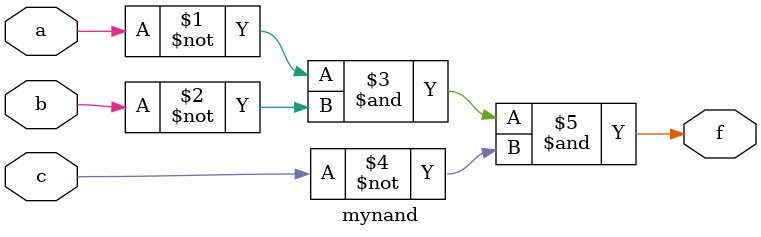
<source format=v>
`timescale 1ns / 1ps


module myD(clk,D,reset,Q);
input clk,D,reset;
output reg Q;
always @(posedge clk or negedge reset)
    begin
        if(!reset)
            Q=0;
        else
            Q=D;
    end
endmodule

module mynand(a,b,c,f);
input a,b,c;
output f;
assign f=~a&~b&~c;
endmodule

</source>
